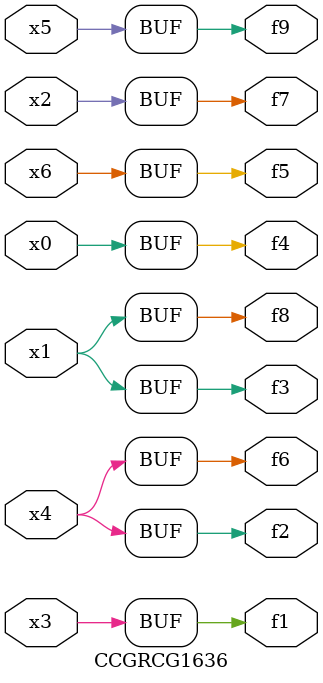
<source format=v>
module CCGRCG1636(
	input x0, x1, x2, x3, x4, x5, x6,
	output f1, f2, f3, f4, f5, f6, f7, f8, f9
);
	assign f1 = x3;
	assign f2 = x4;
	assign f3 = x1;
	assign f4 = x0;
	assign f5 = x6;
	assign f6 = x4;
	assign f7 = x2;
	assign f8 = x1;
	assign f9 = x5;
endmodule

</source>
